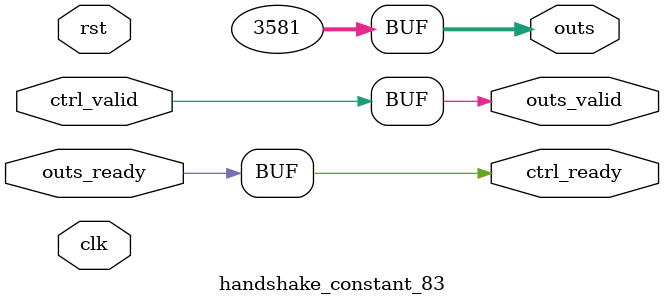
<source format=v>
`timescale 1ns / 1ps
module handshake_constant_83 #(
  parameter DATA_WIDTH = 32  // Default set to 32 bits
) (
  input                       clk,
  input                       rst,
  // Input Channel
  input                       ctrl_valid,
  output                      ctrl_ready,
  // Output Channel
  output [DATA_WIDTH - 1 : 0] outs,
  output                      outs_valid,
  input                       outs_ready
);
  assign outs       = 12'b110111111101;
  assign outs_valid = ctrl_valid;
  assign ctrl_ready = outs_ready;

endmodule

</source>
